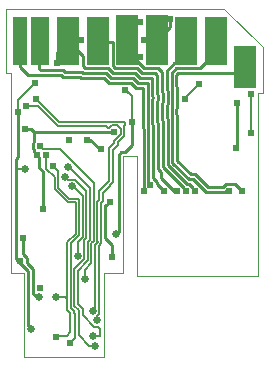
<source format=gbl>
G04 EAGLE Gerber RS-274X export*
G75*
%MOMM*%
%FSLAX34Y34*%
%LPD*%
%INBottom layer*%
%IPPOS*%
%AMOC8*
5,1,8,0,0,1.08239X$1,22.5*%
G01*
%ADD10C,0.000000*%
%ADD11R,1.900000X3.650000*%
%ADD12R,1.900000X4.050000*%
%ADD13R,1.900000X4.250000*%
%ADD14R,1.500000X4.050000*%
%ADD15R,1.300000X4.050000*%
%ADD16C,0.609600*%
%ADD17C,0.254000*%
%ADD18C,0.203200*%
%ADD19C,0.654800*%
%ADD20C,0.152400*%


D10*
X11500Y1000D02*
X11500Y72500D01*
X1000Y72500D01*
X1000Y241500D01*
X-3000Y241500D01*
X-3000Y296000D01*
X181500Y296000D01*
X214000Y263500D01*
X214000Y224500D01*
X210000Y224500D01*
X210000Y69500D01*
X107500Y69500D01*
X96000Y72500D02*
X79500Y72500D01*
X79500Y1000D01*
X11500Y1000D01*
X107500Y69500D02*
X107500Y171000D01*
X96000Y171000D01*
X96000Y72500D01*
D11*
X199300Y246800D03*
D12*
X174300Y268800D03*
X149300Y268800D03*
D13*
X124300Y269800D03*
X99300Y269800D03*
D12*
X74300Y268800D03*
X49300Y268800D03*
D14*
X25100Y268800D03*
D15*
X8100Y268800D03*
D16*
X130588Y141872D03*
D17*
X124772Y147688D01*
X124772Y149226D01*
X62006Y247393D02*
X62006Y256094D01*
X110276Y237628D02*
X120638Y237628D01*
X110276Y237628D02*
X106212Y241692D01*
X121272Y152726D02*
X124772Y149226D01*
X121272Y221329D02*
X120638Y221963D01*
X120638Y237628D01*
D16*
X159800Y232800D03*
D18*
X147900Y220900D01*
X147900Y219800D01*
D16*
X147900Y219800D03*
D17*
X121272Y197629D02*
X121272Y152726D01*
X121272Y197629D02*
X120638Y198263D01*
X120638Y219937D01*
X121272Y220571D01*
X121272Y221329D01*
D16*
X135100Y287000D03*
D17*
X135100Y280600D01*
D16*
X191985Y216708D03*
D17*
X191985Y178685D01*
X191300Y178000D01*
D16*
X191300Y178000D03*
X8600Y82600D03*
D17*
X8600Y80788D01*
D16*
X40000Y250000D03*
X60000Y270000D03*
D17*
X49300Y268800D02*
X62006Y256094D01*
X49300Y268800D02*
X40000Y259500D01*
X40000Y250000D01*
X49300Y268800D02*
X58800Y268800D01*
X60000Y270000D01*
D16*
X21086Y233200D03*
D17*
X6588Y208834D02*
X6588Y208500D01*
X6588Y170834D01*
X4810Y169056D01*
X4810Y160000D01*
X4810Y84578D01*
X8600Y80788D01*
D16*
X77472Y177078D03*
D17*
X6686Y208342D02*
X6686Y208402D01*
X6588Y208500D01*
X62006Y247393D02*
X63643Y245756D01*
X86959Y241692D02*
X106212Y241692D01*
X82895Y245756D02*
X63643Y245756D01*
X82895Y245756D02*
X86959Y241692D01*
X49864Y184970D02*
X49864Y184864D01*
X49864Y184970D02*
X49600Y185234D01*
D16*
X49600Y185234D03*
D17*
X124300Y269800D02*
X135100Y280600D01*
X124300Y269800D02*
X124100Y269600D01*
X113750Y269600D01*
X113600Y269750D01*
D16*
X113600Y269750D03*
X86262Y85500D03*
X84400Y132850D03*
X6588Y208834D03*
X65278Y185322D03*
D17*
X67578Y185322D01*
X75822Y177078D01*
X15310Y74078D02*
X15310Y27390D01*
X15310Y74078D02*
X8600Y80788D01*
D19*
X12910Y160598D03*
D18*
X12312Y160000D01*
X4810Y160000D01*
D17*
X75822Y177078D02*
X77472Y177078D01*
X86262Y96388D02*
X86262Y85500D01*
X80450Y102200D02*
X80450Y129850D01*
X80450Y102200D02*
X86262Y96388D01*
X81400Y129850D02*
X80450Y129850D01*
X81400Y129850D02*
X84400Y132850D01*
D19*
X17550Y25150D03*
D17*
X15310Y27390D01*
D18*
X6588Y208834D02*
X6588Y218702D01*
X21086Y233200D01*
D16*
X39283Y18583D03*
D20*
X39866Y19166D01*
X48109Y19166D01*
D16*
X30850Y171850D03*
D20*
X51234Y22291D02*
X48109Y19166D01*
D16*
X25216Y59600D03*
D20*
X23330Y59600D01*
X51234Y36445D02*
X51234Y22291D01*
X51234Y36445D02*
X51184Y36495D01*
X51184Y38709D01*
X48496Y41397D01*
X30850Y165670D02*
X30850Y171850D01*
X30850Y165670D02*
X30736Y165556D01*
X37917Y153633D02*
X37917Y143261D01*
X48936Y132242D01*
X30736Y160814D02*
X30736Y165556D01*
X30736Y160814D02*
X37917Y153633D01*
X48496Y50000D02*
X48496Y41397D01*
X48496Y50000D02*
X46646Y51850D01*
X38750Y51850D01*
D19*
X38750Y51850D03*
D20*
X48496Y50000D02*
X48496Y98670D01*
X55558Y105732D01*
X55558Y132242D01*
X48936Y132242D01*
D16*
X149208Y141872D03*
D17*
X147430Y143650D01*
X147430Y144292D01*
X129400Y162322D01*
X125644Y245756D02*
X113643Y245756D01*
X99300Y260099D01*
X99300Y269800D01*
D16*
X110228Y284500D03*
D18*
X99300Y273572D01*
X99300Y269800D01*
D17*
X128766Y225330D02*
X129400Y224696D01*
X128766Y225330D02*
X128766Y242634D01*
X125644Y245756D01*
X129400Y200996D02*
X129400Y162322D01*
X129400Y200996D02*
X128766Y201630D01*
X128766Y216570D01*
X129400Y217204D01*
X129400Y224696D01*
D16*
X103000Y200100D03*
D17*
X99600Y225400D02*
X97700Y227300D01*
D16*
X97700Y227300D03*
X110000Y255000D03*
D17*
X99300Y265700D01*
D18*
X99300Y269800D01*
D16*
X12750Y193950D03*
X22950Y172414D03*
X27700Y126800D03*
D17*
X22950Y172414D02*
X20182Y175182D01*
X20000Y191550D02*
X17600Y193950D01*
X12750Y193950D01*
D16*
X88422Y192098D03*
D17*
X87874Y191550D01*
X20000Y191550D01*
X103000Y200100D02*
X103000Y180450D01*
X92190Y107354D02*
X90186Y105350D01*
D19*
X90186Y105350D03*
D17*
X94422Y174810D02*
X97360Y174810D01*
X94422Y174810D02*
X92190Y172578D01*
X92190Y107354D01*
X97360Y174810D02*
X103000Y180450D01*
X20182Y191368D02*
X20000Y191550D01*
X20182Y177090D02*
X20182Y175182D01*
X20182Y177090D02*
X19658Y177614D01*
X19658Y182454D01*
X20182Y182978D01*
X20182Y191368D01*
D18*
X103000Y200100D02*
X103000Y222000D01*
X99600Y225400D01*
D17*
X27700Y158821D02*
X27700Y126800D01*
X25008Y170356D02*
X22950Y172414D01*
X25008Y161513D02*
X27700Y158821D01*
X25008Y161513D02*
X25008Y170356D01*
D16*
X50528Y12750D03*
X36070Y163346D03*
D20*
X40965Y158451D01*
X40965Y144524D01*
X50199Y135290D01*
X54232Y39972D02*
X54232Y38268D01*
X54750Y37750D01*
X54232Y39972D02*
X51544Y42660D01*
X54750Y37750D02*
X54750Y16972D01*
X50528Y12750D01*
X51544Y42660D02*
X51544Y97407D01*
X58606Y104469D01*
X58606Y135290D01*
X50199Y135290D01*
D19*
X52502Y145850D03*
X57202Y86600D03*
D20*
X57252Y86650D01*
X57252Y98805D01*
X61654Y103207D02*
X61654Y137636D01*
X61654Y103207D02*
X57252Y98805D01*
X61654Y137636D02*
X53440Y145850D01*
X52502Y145850D01*
D16*
X204412Y190900D03*
D20*
X204412Y223780D01*
D16*
X204412Y223780D03*
X113088Y141872D03*
D17*
X15000Y240000D02*
X8100Y246900D01*
X8100Y268800D01*
X15000Y240000D02*
X43505Y240000D01*
X113088Y194319D02*
X113088Y141872D01*
X113088Y194319D02*
X112510Y194897D01*
X112510Y229208D01*
X44991Y238514D02*
X43505Y240000D01*
X59390Y238514D02*
X60276Y237628D01*
X59390Y238514D02*
X44991Y238514D01*
X106939Y229208D02*
X112510Y229208D01*
X83593Y233564D02*
X79529Y237628D01*
X60276Y237628D01*
X102583Y233564D02*
X106939Y229208D01*
X102583Y233564D02*
X83593Y233564D01*
D16*
X118930Y146806D03*
D17*
X117152Y148584D01*
X25936Y244064D02*
X25000Y245000D01*
X25000Y268700D01*
X25100Y268800D01*
X25936Y244064D02*
X45189Y244064D01*
X117152Y196002D02*
X117152Y148584D01*
X117152Y196002D02*
X116574Y196580D01*
X116574Y233372D01*
X46675Y242578D02*
X45189Y244064D01*
X61073Y242578D02*
X61959Y241692D01*
X61073Y242578D02*
X46675Y242578D01*
X108523Y233372D02*
X116574Y233372D01*
X85276Y237628D02*
X81212Y241692D01*
X61959Y241692D01*
X104267Y237628D02*
X108523Y233372D01*
X104267Y237628D02*
X85276Y237628D01*
D16*
X141588Y141872D03*
D17*
X138850Y141872D01*
X127700Y153022D01*
X122608Y241692D02*
X111959Y241692D01*
X107895Y245756D01*
X79070Y264030D02*
X74300Y268800D01*
X82815Y267775D02*
X87006Y267775D01*
X82815Y267775D02*
X79070Y264030D01*
X125336Y159996D02*
X127700Y157632D01*
X127700Y153022D01*
X125336Y223013D02*
X124702Y223647D01*
X124702Y239598D01*
X122608Y241692D01*
X125336Y199313D02*
X125336Y159996D01*
X125336Y199313D02*
X124702Y199947D01*
X124702Y218253D01*
X125336Y218887D01*
X125336Y223013D01*
X107895Y245756D02*
X88643Y245756D01*
X87006Y247393D01*
X87006Y267775D01*
D16*
X156828Y141872D03*
D17*
X149300Y258300D02*
X149300Y268800D01*
X151628Y147714D02*
X155050Y144292D01*
X151628Y147714D02*
X149755Y147714D01*
X133464Y164005D01*
X155050Y144292D02*
X155050Y143650D01*
X156828Y141872D01*
X140820Y249820D02*
X149300Y258300D01*
X140820Y249820D02*
X139021Y249820D01*
X132830Y227013D02*
X133464Y226379D01*
X132830Y227013D02*
X132830Y243629D01*
X139021Y249820D01*
X133464Y202679D02*
X133464Y164005D01*
X133464Y202679D02*
X132830Y203313D01*
X132830Y214887D01*
X133464Y215521D01*
X133464Y226379D01*
D16*
X185588Y141872D03*
D17*
X174100Y259200D02*
X174100Y268600D01*
X174300Y268800D01*
X183073Y141872D02*
X185588Y141872D01*
X183073Y141872D02*
X182137Y140936D01*
X151438Y151778D02*
X137528Y165688D01*
X166026Y140936D02*
X182137Y140936D01*
X166026Y140936D02*
X155184Y151778D01*
X151438Y151778D01*
X160656Y245756D02*
X140705Y245756D01*
X160656Y245756D02*
X174100Y259200D01*
X137528Y228063D02*
X136894Y228697D01*
X136894Y241945D01*
X140705Y245756D01*
X137528Y204363D02*
X137528Y165688D01*
X137528Y204363D02*
X136894Y204997D01*
X136894Y213203D01*
X137528Y213837D01*
X137528Y228063D01*
D16*
X196588Y141872D03*
D17*
X183168Y147714D02*
X180454Y145000D01*
X190746Y147714D02*
X196588Y141872D01*
X190746Y147714D02*
X183168Y147714D01*
X180454Y145000D02*
X167709Y145000D01*
X153350Y155842D02*
X141592Y167600D01*
X156867Y155842D02*
X167709Y145000D01*
X156867Y155842D02*
X153350Y155842D01*
X142388Y241692D02*
X194192Y241692D01*
X199300Y246800D01*
X141592Y229746D02*
X140958Y230380D01*
X140958Y240262D01*
X142388Y241692D01*
X141592Y206046D02*
X141592Y167600D01*
X141592Y206046D02*
X140958Y206680D01*
X140958Y211520D01*
X141592Y212154D01*
X141592Y229746D01*
X11206Y101194D02*
X10700Y101700D01*
D16*
X10700Y101700D03*
D17*
X11206Y101194D02*
X11206Y88256D01*
X14442Y85020D02*
X14442Y80694D01*
X14442Y85020D02*
X11206Y88256D01*
X19374Y75762D02*
X19374Y55000D01*
X19374Y75762D02*
X14442Y80694D01*
D19*
X24950Y51754D03*
D17*
X22620Y51754D01*
X19374Y55000D01*
D16*
X22350Y219322D03*
D20*
X41822Y199850D01*
X97666Y199850D02*
X97666Y197891D01*
X84320Y199850D02*
X41822Y199850D01*
X91894Y200480D02*
X92524Y199850D01*
X97666Y199850D01*
X84950Y200480D02*
X84320Y199850D01*
X84950Y200480D02*
X91894Y200480D01*
X75000Y42863D02*
X75560Y42303D01*
X75560Y37601D01*
D19*
X73686Y32270D03*
D20*
X73686Y35727D01*
X75560Y37601D01*
X75000Y42863D02*
X75000Y95000D01*
X96804Y197029D02*
X97666Y197891D01*
X96804Y188626D02*
X91261Y183083D01*
X96804Y188626D02*
X96804Y197029D01*
X87178Y176757D02*
X87178Y149400D01*
X91261Y180840D02*
X91261Y183083D01*
X91261Y180840D02*
X87178Y176757D01*
X87178Y149400D02*
X84316Y146538D01*
X84316Y146250D01*
X78550Y140484D01*
X77394Y97394D02*
X75000Y95000D01*
X78550Y132979D02*
X78550Y140484D01*
X78550Y132979D02*
X76894Y131323D01*
X76894Y100727D01*
X77394Y100227D01*
X77394Y97394D01*
D16*
X13366Y213500D03*
D20*
X23861Y213500D01*
X40559Y196802D02*
X81098Y196802D01*
X82600Y195300D01*
X40559Y196802D02*
X23861Y213500D01*
X86213Y197432D02*
X90631Y197432D01*
X86213Y197432D02*
X84081Y195300D01*
X82600Y195300D01*
X71700Y41700D02*
X70000Y40000D01*
D19*
X70000Y40000D03*
D20*
X71700Y80303D02*
X71906Y80509D01*
X71700Y80303D02*
X71700Y41700D01*
X71906Y80509D02*
X71906Y96217D01*
X93756Y189889D02*
X93756Y194307D01*
X90631Y197432D01*
X93756Y189889D02*
X88213Y184345D01*
X88213Y182102D01*
X84130Y178020D01*
X84130Y150663D01*
X81268Y147800D01*
X81268Y147513D02*
X75502Y141747D01*
X81268Y147513D02*
X81268Y147800D01*
X74346Y98657D02*
X71906Y96217D01*
X74346Y98657D02*
X74346Y98964D01*
X73846Y99464D01*
X73846Y132586D01*
X75502Y134242D01*
X75502Y141747D01*
X74488Y26710D02*
X71383Y26710D01*
X74488Y26710D02*
X76198Y25000D01*
X71383Y26710D02*
X61650Y36443D01*
X76198Y25000D02*
X76198Y18750D01*
D19*
X70336Y18750D03*
D20*
X61650Y36443D02*
X61650Y42085D01*
X70336Y18750D02*
X76198Y18750D01*
D19*
X49094Y162453D03*
D20*
X57640Y74390D02*
X57640Y46095D01*
X61650Y42085D01*
X57640Y74390D02*
X65604Y82354D01*
X65604Y82828D01*
X65810Y83034D01*
X65810Y98742D01*
X50000Y162453D02*
X49094Y162453D01*
X67750Y100682D02*
X65810Y98742D01*
X67750Y144703D02*
X50000Y162453D01*
X67750Y144703D02*
X67750Y100682D01*
X61864Y83136D02*
X54592Y75864D01*
X58050Y19886D02*
X67036Y10900D01*
D19*
X72186Y10150D03*
D20*
X58050Y19886D02*
X58050Y40874D01*
X67036Y10900D02*
X71436Y10900D01*
D19*
X46525Y153756D03*
D20*
X54592Y75864D02*
X54592Y44332D01*
X58050Y40874D01*
X61864Y83136D02*
X61864Y83399D01*
X62762Y84297D01*
X62762Y100004D01*
X64702Y101944D01*
X71436Y10900D02*
X72186Y10150D01*
X48871Y151410D02*
X46525Y153756D01*
X48871Y151410D02*
X54805Y151410D01*
X64702Y141513D01*
X64702Y101944D01*
D16*
X25500Y180034D03*
D19*
X63200Y67298D03*
D20*
X63200Y74991D01*
X68652Y80443D01*
X68652Y81566D01*
X68858Y81772D01*
X68858Y97479D01*
X70798Y99419D01*
X28350Y177184D02*
X25500Y180034D01*
X42226Y177184D02*
X70798Y148612D01*
X42226Y177184D02*
X28350Y177184D01*
X70798Y148612D02*
X70798Y99419D01*
M02*

</source>
